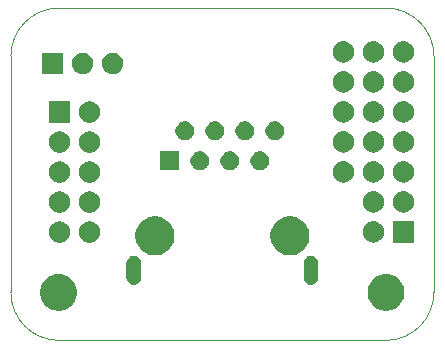
<source format=gbr>
G04 #@! TF.GenerationSoftware,KiCad,Pcbnew,(5.1.5)-3*
G04 #@! TF.CreationDate,2021-01-31T17:12:18-06:00*
G04 #@! TF.ProjectId,InputBoard,496e7075-7442-46f6-9172-642e6b696361,rev?*
G04 #@! TF.SameCoordinates,Original*
G04 #@! TF.FileFunction,Soldermask,Bot*
G04 #@! TF.FilePolarity,Negative*
%FSLAX46Y46*%
G04 Gerber Fmt 4.6, Leading zero omitted, Abs format (unit mm)*
G04 Created by KiCad (PCBNEW (5.1.5)-3) date 2021-01-31 17:12:18*
%MOMM*%
%LPD*%
G04 APERTURE LIST*
%ADD10C,0.050000*%
%ADD11C,0.100000*%
G04 APERTURE END LIST*
D10*
X132588000Y-110680500D02*
X132588000Y-90678000D01*
X136652000Y-114744500D02*
G75*
G02X132588000Y-110680500I0J4064000D01*
G01*
X164338000Y-114744500D02*
X136652000Y-114744500D01*
X168402000Y-90678000D02*
X168402000Y-110680500D01*
X168402000Y-110680500D02*
G75*
G02X164338000Y-114744500I-4064000J0D01*
G01*
X164338000Y-86614000D02*
X136652000Y-86614000D01*
X132588000Y-90678000D02*
G75*
G02X136652000Y-86614000I4064000J0D01*
G01*
X164338000Y-86614000D02*
G75*
G02X168402000Y-90678000I0J-4064000D01*
G01*
D11*
G36*
X164640585Y-109156802D02*
G01*
X164790410Y-109186604D01*
X165072674Y-109303521D01*
X165326705Y-109473259D01*
X165542741Y-109689295D01*
X165712479Y-109943326D01*
X165829396Y-110225590D01*
X165889000Y-110525240D01*
X165889000Y-110830760D01*
X165829396Y-111130410D01*
X165712479Y-111412674D01*
X165542741Y-111666705D01*
X165326705Y-111882741D01*
X165072674Y-112052479D01*
X164790410Y-112169396D01*
X164640585Y-112199198D01*
X164490761Y-112229000D01*
X164185239Y-112229000D01*
X164035415Y-112199198D01*
X163885590Y-112169396D01*
X163603326Y-112052479D01*
X163349295Y-111882741D01*
X163133259Y-111666705D01*
X162963521Y-111412674D01*
X162846604Y-111130410D01*
X162787000Y-110830760D01*
X162787000Y-110525240D01*
X162846604Y-110225590D01*
X162963521Y-109943326D01*
X163133259Y-109689295D01*
X163349295Y-109473259D01*
X163603326Y-109303521D01*
X163885590Y-109186604D01*
X164035415Y-109156802D01*
X164185239Y-109127000D01*
X164490761Y-109127000D01*
X164640585Y-109156802D01*
G37*
G36*
X136940585Y-109156802D02*
G01*
X137090410Y-109186604D01*
X137372674Y-109303521D01*
X137626705Y-109473259D01*
X137842741Y-109689295D01*
X138012479Y-109943326D01*
X138129396Y-110225590D01*
X138189000Y-110525240D01*
X138189000Y-110830760D01*
X138129396Y-111130410D01*
X138012479Y-111412674D01*
X137842741Y-111666705D01*
X137626705Y-111882741D01*
X137372674Y-112052479D01*
X137090410Y-112169396D01*
X136940585Y-112199198D01*
X136790761Y-112229000D01*
X136485239Y-112229000D01*
X136335415Y-112199198D01*
X136185590Y-112169396D01*
X135903326Y-112052479D01*
X135649295Y-111882741D01*
X135433259Y-111666705D01*
X135263521Y-111412674D01*
X135146604Y-111130410D01*
X135087000Y-110830760D01*
X135087000Y-110525240D01*
X135146604Y-110225590D01*
X135263521Y-109943326D01*
X135433259Y-109689295D01*
X135649295Y-109473259D01*
X135903326Y-109303521D01*
X136185590Y-109186604D01*
X136335415Y-109156802D01*
X136485239Y-109127000D01*
X136790761Y-109127000D01*
X136940585Y-109156802D01*
G37*
G36*
X143111036Y-107573937D02*
G01*
X143228095Y-107609446D01*
X143277717Y-107635970D01*
X143335976Y-107667110D01*
X143430538Y-107744714D01*
X143508141Y-107839274D01*
X143539281Y-107897533D01*
X143565805Y-107947155D01*
X143601314Y-108064214D01*
X143610300Y-108155451D01*
X143610300Y-109438451D01*
X143601314Y-109529688D01*
X143565805Y-109646747D01*
X143565803Y-109646750D01*
X143508141Y-109754628D01*
X143430538Y-109849189D01*
X143335977Y-109926792D01*
X143305044Y-109943326D01*
X143228096Y-109984456D01*
X143111037Y-110019965D01*
X143029879Y-110027958D01*
X142989301Y-110031955D01*
X142989300Y-110031955D01*
X142867564Y-110019965D01*
X142750505Y-109984456D01*
X142673557Y-109943326D01*
X142642624Y-109926792D01*
X142548063Y-109849189D01*
X142470460Y-109754628D01*
X142412798Y-109646750D01*
X142412796Y-109646747D01*
X142377287Y-109529688D01*
X142368301Y-109438451D01*
X142368300Y-108155452D01*
X142377286Y-108064215D01*
X142412795Y-107947156D01*
X142470460Y-107839274D01*
X142470461Y-107839273D01*
X142548063Y-107744713D01*
X142642623Y-107667110D01*
X142700882Y-107635970D01*
X142750504Y-107609446D01*
X142867563Y-107573937D01*
X142948721Y-107565944D01*
X142989299Y-107561947D01*
X142989300Y-107561947D01*
X143111036Y-107573937D01*
G37*
G36*
X158109736Y-107573937D02*
G01*
X158226795Y-107609446D01*
X158276417Y-107635970D01*
X158334676Y-107667110D01*
X158429238Y-107744714D01*
X158506841Y-107839274D01*
X158537981Y-107897533D01*
X158564505Y-107947155D01*
X158600014Y-108064214D01*
X158609000Y-108155451D01*
X158609000Y-109438451D01*
X158600014Y-109529688D01*
X158564505Y-109646747D01*
X158564503Y-109646750D01*
X158506841Y-109754628D01*
X158429238Y-109849189D01*
X158334677Y-109926792D01*
X158303744Y-109943326D01*
X158226796Y-109984456D01*
X158109737Y-110019965D01*
X158028579Y-110027958D01*
X157988001Y-110031955D01*
X157988000Y-110031955D01*
X157866264Y-110019965D01*
X157749205Y-109984456D01*
X157672257Y-109943326D01*
X157641324Y-109926792D01*
X157546763Y-109849189D01*
X157469160Y-109754628D01*
X157411498Y-109646750D01*
X157411496Y-109646747D01*
X157375987Y-109529688D01*
X157367001Y-109438451D01*
X157367000Y-108155452D01*
X157375986Y-108064215D01*
X157411495Y-107947156D01*
X157469160Y-107839274D01*
X157469161Y-107839273D01*
X157546763Y-107744713D01*
X157641323Y-107667110D01*
X157699582Y-107635970D01*
X157749204Y-107609446D01*
X157866263Y-107573937D01*
X157947421Y-107565944D01*
X157987999Y-107561947D01*
X157988000Y-107561947D01*
X158109736Y-107573937D01*
G37*
G36*
X156585256Y-104286299D02*
G01*
X156691579Y-104307448D01*
X156992042Y-104431904D01*
X157262451Y-104612586D01*
X157492415Y-104842550D01*
X157673097Y-105112959D01*
X157797553Y-105413422D01*
X157813036Y-105491259D01*
X157861000Y-105732390D01*
X157861000Y-106057612D01*
X157820772Y-106259852D01*
X157797553Y-106376580D01*
X157673097Y-106677043D01*
X157492415Y-106947452D01*
X157262451Y-107177416D01*
X156992042Y-107358098D01*
X156691579Y-107482554D01*
X156585256Y-107503703D01*
X156372611Y-107546001D01*
X156047389Y-107546001D01*
X155834744Y-107503703D01*
X155728421Y-107482554D01*
X155427958Y-107358098D01*
X155157549Y-107177416D01*
X154927585Y-106947452D01*
X154746903Y-106677043D01*
X154622447Y-106376580D01*
X154599228Y-106259852D01*
X154559000Y-106057612D01*
X154559000Y-105732390D01*
X154606964Y-105491259D01*
X154622447Y-105413422D01*
X154746903Y-105112959D01*
X154927585Y-104842550D01*
X155157549Y-104612586D01*
X155427958Y-104431904D01*
X155728421Y-104307448D01*
X155834744Y-104286299D01*
X156047389Y-104244001D01*
X156372611Y-104244001D01*
X156585256Y-104286299D01*
G37*
G36*
X145155256Y-104286299D02*
G01*
X145261579Y-104307448D01*
X145562042Y-104431904D01*
X145832451Y-104612586D01*
X146062415Y-104842550D01*
X146243097Y-105112959D01*
X146367553Y-105413422D01*
X146383036Y-105491259D01*
X146431000Y-105732390D01*
X146431000Y-106057612D01*
X146390772Y-106259852D01*
X146367553Y-106376580D01*
X146243097Y-106677043D01*
X146062415Y-106947452D01*
X145832451Y-107177416D01*
X145562042Y-107358098D01*
X145261579Y-107482554D01*
X145155256Y-107503703D01*
X144942611Y-107546001D01*
X144617389Y-107546001D01*
X144404744Y-107503703D01*
X144298421Y-107482554D01*
X143997958Y-107358098D01*
X143727549Y-107177416D01*
X143497585Y-106947452D01*
X143316903Y-106677043D01*
X143192447Y-106376580D01*
X143169228Y-106259852D01*
X143129000Y-106057612D01*
X143129000Y-105732390D01*
X143176964Y-105491259D01*
X143192447Y-105413422D01*
X143316903Y-105112959D01*
X143497585Y-104842550D01*
X143727549Y-104612586D01*
X143997958Y-104431904D01*
X144298421Y-104307448D01*
X144404744Y-104286299D01*
X144617389Y-104244001D01*
X144942611Y-104244001D01*
X145155256Y-104286299D01*
G37*
G36*
X139353512Y-104683927D02*
G01*
X139502812Y-104713624D01*
X139666784Y-104781544D01*
X139814354Y-104880147D01*
X139939853Y-105005646D01*
X140038456Y-105153216D01*
X140106376Y-105317188D01*
X140141000Y-105491259D01*
X140141000Y-105668741D01*
X140106376Y-105842812D01*
X140038456Y-106006784D01*
X139939853Y-106154354D01*
X139814354Y-106279853D01*
X139666784Y-106378456D01*
X139502812Y-106446376D01*
X139353512Y-106476073D01*
X139328742Y-106481000D01*
X139151258Y-106481000D01*
X139126488Y-106476073D01*
X138977188Y-106446376D01*
X138813216Y-106378456D01*
X138665646Y-106279853D01*
X138540147Y-106154354D01*
X138441544Y-106006784D01*
X138373624Y-105842812D01*
X138339000Y-105668741D01*
X138339000Y-105491259D01*
X138373624Y-105317188D01*
X138441544Y-105153216D01*
X138540147Y-105005646D01*
X138665646Y-104880147D01*
X138813216Y-104781544D01*
X138977188Y-104713624D01*
X139126488Y-104683927D01*
X139151258Y-104679000D01*
X139328742Y-104679000D01*
X139353512Y-104683927D01*
G37*
G36*
X136813512Y-104683927D02*
G01*
X136962812Y-104713624D01*
X137126784Y-104781544D01*
X137274354Y-104880147D01*
X137399853Y-105005646D01*
X137498456Y-105153216D01*
X137566376Y-105317188D01*
X137601000Y-105491259D01*
X137601000Y-105668741D01*
X137566376Y-105842812D01*
X137498456Y-106006784D01*
X137399853Y-106154354D01*
X137274354Y-106279853D01*
X137126784Y-106378456D01*
X136962812Y-106446376D01*
X136813512Y-106476073D01*
X136788742Y-106481000D01*
X136611258Y-106481000D01*
X136586488Y-106476073D01*
X136437188Y-106446376D01*
X136273216Y-106378456D01*
X136125646Y-106279853D01*
X136000147Y-106154354D01*
X135901544Y-106006784D01*
X135833624Y-105842812D01*
X135799000Y-105668741D01*
X135799000Y-105491259D01*
X135833624Y-105317188D01*
X135901544Y-105153216D01*
X136000147Y-105005646D01*
X136125646Y-104880147D01*
X136273216Y-104781544D01*
X136437188Y-104713624D01*
X136586488Y-104683927D01*
X136611258Y-104679000D01*
X136788742Y-104679000D01*
X136813512Y-104683927D01*
G37*
G36*
X163393512Y-104663927D02*
G01*
X163542812Y-104693624D01*
X163706784Y-104761544D01*
X163854354Y-104860147D01*
X163979853Y-104985646D01*
X164078456Y-105133216D01*
X164146376Y-105297188D01*
X164181000Y-105471259D01*
X164181000Y-105648741D01*
X164146376Y-105822812D01*
X164078456Y-105986784D01*
X163979853Y-106134354D01*
X163854354Y-106259853D01*
X163706784Y-106358456D01*
X163542812Y-106426376D01*
X163393512Y-106456073D01*
X163368742Y-106461000D01*
X163191258Y-106461000D01*
X163166488Y-106456073D01*
X163017188Y-106426376D01*
X162853216Y-106358456D01*
X162705646Y-106259853D01*
X162580147Y-106134354D01*
X162481544Y-105986784D01*
X162413624Y-105822812D01*
X162379000Y-105648741D01*
X162379000Y-105471259D01*
X162413624Y-105297188D01*
X162481544Y-105133216D01*
X162580147Y-104985646D01*
X162705646Y-104860147D01*
X162853216Y-104761544D01*
X163017188Y-104693624D01*
X163166488Y-104663927D01*
X163191258Y-104659000D01*
X163368742Y-104659000D01*
X163393512Y-104663927D01*
G37*
G36*
X166721000Y-106461000D02*
G01*
X164919000Y-106461000D01*
X164919000Y-104659000D01*
X166721000Y-104659000D01*
X166721000Y-106461000D01*
G37*
G36*
X139353512Y-102143927D02*
G01*
X139502812Y-102173624D01*
X139666784Y-102241544D01*
X139814354Y-102340147D01*
X139939853Y-102465646D01*
X140038456Y-102613216D01*
X140106376Y-102777188D01*
X140141000Y-102951259D01*
X140141000Y-103128741D01*
X140106376Y-103302812D01*
X140038456Y-103466784D01*
X139939853Y-103614354D01*
X139814354Y-103739853D01*
X139666784Y-103838456D01*
X139502812Y-103906376D01*
X139353512Y-103936073D01*
X139328742Y-103941000D01*
X139151258Y-103941000D01*
X139126488Y-103936073D01*
X138977188Y-103906376D01*
X138813216Y-103838456D01*
X138665646Y-103739853D01*
X138540147Y-103614354D01*
X138441544Y-103466784D01*
X138373624Y-103302812D01*
X138339000Y-103128741D01*
X138339000Y-102951259D01*
X138373624Y-102777188D01*
X138441544Y-102613216D01*
X138540147Y-102465646D01*
X138665646Y-102340147D01*
X138813216Y-102241544D01*
X138977188Y-102173624D01*
X139126488Y-102143927D01*
X139151258Y-102139000D01*
X139328742Y-102139000D01*
X139353512Y-102143927D01*
G37*
G36*
X136813512Y-102143927D02*
G01*
X136962812Y-102173624D01*
X137126784Y-102241544D01*
X137274354Y-102340147D01*
X137399853Y-102465646D01*
X137498456Y-102613216D01*
X137566376Y-102777188D01*
X137601000Y-102951259D01*
X137601000Y-103128741D01*
X137566376Y-103302812D01*
X137498456Y-103466784D01*
X137399853Y-103614354D01*
X137274354Y-103739853D01*
X137126784Y-103838456D01*
X136962812Y-103906376D01*
X136813512Y-103936073D01*
X136788742Y-103941000D01*
X136611258Y-103941000D01*
X136586488Y-103936073D01*
X136437188Y-103906376D01*
X136273216Y-103838456D01*
X136125646Y-103739853D01*
X136000147Y-103614354D01*
X135901544Y-103466784D01*
X135833624Y-103302812D01*
X135799000Y-103128741D01*
X135799000Y-102951259D01*
X135833624Y-102777188D01*
X135901544Y-102613216D01*
X136000147Y-102465646D01*
X136125646Y-102340147D01*
X136273216Y-102241544D01*
X136437188Y-102173624D01*
X136586488Y-102143927D01*
X136611258Y-102139000D01*
X136788742Y-102139000D01*
X136813512Y-102143927D01*
G37*
G36*
X165933512Y-102123927D02*
G01*
X166082812Y-102153624D01*
X166246784Y-102221544D01*
X166394354Y-102320147D01*
X166519853Y-102445646D01*
X166618456Y-102593216D01*
X166686376Y-102757188D01*
X166721000Y-102931259D01*
X166721000Y-103108741D01*
X166686376Y-103282812D01*
X166618456Y-103446784D01*
X166519853Y-103594354D01*
X166394354Y-103719853D01*
X166246784Y-103818456D01*
X166082812Y-103886376D01*
X165933512Y-103916073D01*
X165908742Y-103921000D01*
X165731258Y-103921000D01*
X165706488Y-103916073D01*
X165557188Y-103886376D01*
X165393216Y-103818456D01*
X165245646Y-103719853D01*
X165120147Y-103594354D01*
X165021544Y-103446784D01*
X164953624Y-103282812D01*
X164919000Y-103108741D01*
X164919000Y-102931259D01*
X164953624Y-102757188D01*
X165021544Y-102593216D01*
X165120147Y-102445646D01*
X165245646Y-102320147D01*
X165393216Y-102221544D01*
X165557188Y-102153624D01*
X165706488Y-102123927D01*
X165731258Y-102119000D01*
X165908742Y-102119000D01*
X165933512Y-102123927D01*
G37*
G36*
X163393512Y-102123927D02*
G01*
X163542812Y-102153624D01*
X163706784Y-102221544D01*
X163854354Y-102320147D01*
X163979853Y-102445646D01*
X164078456Y-102593216D01*
X164146376Y-102757188D01*
X164181000Y-102931259D01*
X164181000Y-103108741D01*
X164146376Y-103282812D01*
X164078456Y-103446784D01*
X163979853Y-103594354D01*
X163854354Y-103719853D01*
X163706784Y-103818456D01*
X163542812Y-103886376D01*
X163393512Y-103916073D01*
X163368742Y-103921000D01*
X163191258Y-103921000D01*
X163166488Y-103916073D01*
X163017188Y-103886376D01*
X162853216Y-103818456D01*
X162705646Y-103719853D01*
X162580147Y-103594354D01*
X162481544Y-103446784D01*
X162413624Y-103282812D01*
X162379000Y-103108741D01*
X162379000Y-102931259D01*
X162413624Y-102757188D01*
X162481544Y-102593216D01*
X162580147Y-102445646D01*
X162705646Y-102320147D01*
X162853216Y-102221544D01*
X163017188Y-102153624D01*
X163166488Y-102123927D01*
X163191258Y-102119000D01*
X163368742Y-102119000D01*
X163393512Y-102123927D01*
G37*
G36*
X139353512Y-99603927D02*
G01*
X139502812Y-99633624D01*
X139666784Y-99701544D01*
X139814354Y-99800147D01*
X139939853Y-99925646D01*
X140038456Y-100073216D01*
X140106376Y-100237188D01*
X140141000Y-100411259D01*
X140141000Y-100588741D01*
X140106376Y-100762812D01*
X140038456Y-100926784D01*
X139939853Y-101074354D01*
X139814354Y-101199853D01*
X139666784Y-101298456D01*
X139502812Y-101366376D01*
X139353512Y-101396073D01*
X139328742Y-101401000D01*
X139151258Y-101401000D01*
X139126488Y-101396073D01*
X138977188Y-101366376D01*
X138813216Y-101298456D01*
X138665646Y-101199853D01*
X138540147Y-101074354D01*
X138441544Y-100926784D01*
X138373624Y-100762812D01*
X138339000Y-100588741D01*
X138339000Y-100411259D01*
X138373624Y-100237188D01*
X138441544Y-100073216D01*
X138540147Y-99925646D01*
X138665646Y-99800147D01*
X138813216Y-99701544D01*
X138977188Y-99633624D01*
X139126488Y-99603927D01*
X139151258Y-99599000D01*
X139328742Y-99599000D01*
X139353512Y-99603927D01*
G37*
G36*
X136813512Y-99603927D02*
G01*
X136962812Y-99633624D01*
X137126784Y-99701544D01*
X137274354Y-99800147D01*
X137399853Y-99925646D01*
X137498456Y-100073216D01*
X137566376Y-100237188D01*
X137601000Y-100411259D01*
X137601000Y-100588741D01*
X137566376Y-100762812D01*
X137498456Y-100926784D01*
X137399853Y-101074354D01*
X137274354Y-101199853D01*
X137126784Y-101298456D01*
X136962812Y-101366376D01*
X136813512Y-101396073D01*
X136788742Y-101401000D01*
X136611258Y-101401000D01*
X136586488Y-101396073D01*
X136437188Y-101366376D01*
X136273216Y-101298456D01*
X136125646Y-101199853D01*
X136000147Y-101074354D01*
X135901544Y-100926784D01*
X135833624Y-100762812D01*
X135799000Y-100588741D01*
X135799000Y-100411259D01*
X135833624Y-100237188D01*
X135901544Y-100073216D01*
X136000147Y-99925646D01*
X136125646Y-99800147D01*
X136273216Y-99701544D01*
X136437188Y-99633624D01*
X136586488Y-99603927D01*
X136611258Y-99599000D01*
X136788742Y-99599000D01*
X136813512Y-99603927D01*
G37*
G36*
X165933512Y-99583927D02*
G01*
X166082812Y-99613624D01*
X166246784Y-99681544D01*
X166394354Y-99780147D01*
X166519853Y-99905646D01*
X166618456Y-100053216D01*
X166686376Y-100217188D01*
X166721000Y-100391259D01*
X166721000Y-100568741D01*
X166686376Y-100742812D01*
X166618456Y-100906784D01*
X166519853Y-101054354D01*
X166394354Y-101179853D01*
X166246784Y-101278456D01*
X166082812Y-101346376D01*
X165933512Y-101376073D01*
X165908742Y-101381000D01*
X165731258Y-101381000D01*
X165706488Y-101376073D01*
X165557188Y-101346376D01*
X165393216Y-101278456D01*
X165245646Y-101179853D01*
X165120147Y-101054354D01*
X165021544Y-100906784D01*
X164953624Y-100742812D01*
X164919000Y-100568741D01*
X164919000Y-100391259D01*
X164953624Y-100217188D01*
X165021544Y-100053216D01*
X165120147Y-99905646D01*
X165245646Y-99780147D01*
X165393216Y-99681544D01*
X165557188Y-99613624D01*
X165706488Y-99583927D01*
X165731258Y-99579000D01*
X165908742Y-99579000D01*
X165933512Y-99583927D01*
G37*
G36*
X163393512Y-99583927D02*
G01*
X163542812Y-99613624D01*
X163706784Y-99681544D01*
X163854354Y-99780147D01*
X163979853Y-99905646D01*
X164078456Y-100053216D01*
X164146376Y-100217188D01*
X164181000Y-100391259D01*
X164181000Y-100568741D01*
X164146376Y-100742812D01*
X164078456Y-100906784D01*
X163979853Y-101054354D01*
X163854354Y-101179853D01*
X163706784Y-101278456D01*
X163542812Y-101346376D01*
X163393512Y-101376073D01*
X163368742Y-101381000D01*
X163191258Y-101381000D01*
X163166488Y-101376073D01*
X163017188Y-101346376D01*
X162853216Y-101278456D01*
X162705646Y-101179853D01*
X162580147Y-101054354D01*
X162481544Y-100906784D01*
X162413624Y-100742812D01*
X162379000Y-100568741D01*
X162379000Y-100391259D01*
X162413624Y-100217188D01*
X162481544Y-100053216D01*
X162580147Y-99905646D01*
X162705646Y-99780147D01*
X162853216Y-99681544D01*
X163017188Y-99613624D01*
X163166488Y-99583927D01*
X163191258Y-99579000D01*
X163368742Y-99579000D01*
X163393512Y-99583927D01*
G37*
G36*
X160853512Y-99583927D02*
G01*
X161002812Y-99613624D01*
X161166784Y-99681544D01*
X161314354Y-99780147D01*
X161439853Y-99905646D01*
X161538456Y-100053216D01*
X161606376Y-100217188D01*
X161641000Y-100391259D01*
X161641000Y-100568741D01*
X161606376Y-100742812D01*
X161538456Y-100906784D01*
X161439853Y-101054354D01*
X161314354Y-101179853D01*
X161166784Y-101278456D01*
X161002812Y-101346376D01*
X160853512Y-101376073D01*
X160828742Y-101381000D01*
X160651258Y-101381000D01*
X160626488Y-101376073D01*
X160477188Y-101346376D01*
X160313216Y-101278456D01*
X160165646Y-101179853D01*
X160040147Y-101054354D01*
X159941544Y-100906784D01*
X159873624Y-100742812D01*
X159839000Y-100568741D01*
X159839000Y-100391259D01*
X159873624Y-100217188D01*
X159941544Y-100053216D01*
X160040147Y-99905646D01*
X160165646Y-99780147D01*
X160313216Y-99681544D01*
X160477188Y-99613624D01*
X160626488Y-99583927D01*
X160651258Y-99579000D01*
X160828742Y-99579000D01*
X160853512Y-99583927D01*
G37*
G36*
X153903642Y-98774782D02*
G01*
X154028200Y-98826376D01*
X154049416Y-98835164D01*
X154180608Y-98922823D01*
X154292178Y-99034393D01*
X154379837Y-99165585D01*
X154379838Y-99165587D01*
X154440219Y-99311359D01*
X154471000Y-99466108D01*
X154471000Y-99623894D01*
X154440219Y-99778643D01*
X154431311Y-99800148D01*
X154379837Y-99924417D01*
X154292178Y-100055609D01*
X154180608Y-100167179D01*
X154049416Y-100254838D01*
X154049415Y-100254839D01*
X154049414Y-100254839D01*
X153903642Y-100315220D01*
X153748893Y-100346001D01*
X153591107Y-100346001D01*
X153436358Y-100315220D01*
X153290586Y-100254839D01*
X153290585Y-100254839D01*
X153290584Y-100254838D01*
X153159392Y-100167179D01*
X153047822Y-100055609D01*
X152960163Y-99924417D01*
X152908689Y-99800148D01*
X152899781Y-99778643D01*
X152869000Y-99623894D01*
X152869000Y-99466108D01*
X152899781Y-99311359D01*
X152960162Y-99165587D01*
X152960163Y-99165585D01*
X153047822Y-99034393D01*
X153159392Y-98922823D01*
X153290584Y-98835164D01*
X153311800Y-98826376D01*
X153436358Y-98774782D01*
X153591107Y-98744001D01*
X153748893Y-98744001D01*
X153903642Y-98774782D01*
G37*
G36*
X146851000Y-100346001D02*
G01*
X145249000Y-100346001D01*
X145249000Y-98744001D01*
X146851000Y-98744001D01*
X146851000Y-100346001D01*
G37*
G36*
X148823642Y-98774782D02*
G01*
X148948200Y-98826376D01*
X148969416Y-98835164D01*
X149100608Y-98922823D01*
X149212178Y-99034393D01*
X149299837Y-99165585D01*
X149299838Y-99165587D01*
X149360219Y-99311359D01*
X149391000Y-99466108D01*
X149391000Y-99623894D01*
X149360219Y-99778643D01*
X149351311Y-99800148D01*
X149299837Y-99924417D01*
X149212178Y-100055609D01*
X149100608Y-100167179D01*
X148969416Y-100254838D01*
X148969415Y-100254839D01*
X148969414Y-100254839D01*
X148823642Y-100315220D01*
X148668893Y-100346001D01*
X148511107Y-100346001D01*
X148356358Y-100315220D01*
X148210586Y-100254839D01*
X148210585Y-100254839D01*
X148210584Y-100254838D01*
X148079392Y-100167179D01*
X147967822Y-100055609D01*
X147880163Y-99924417D01*
X147828689Y-99800148D01*
X147819781Y-99778643D01*
X147789000Y-99623894D01*
X147789000Y-99466108D01*
X147819781Y-99311359D01*
X147880162Y-99165587D01*
X147880163Y-99165585D01*
X147967822Y-99034393D01*
X148079392Y-98922823D01*
X148210584Y-98835164D01*
X148231800Y-98826376D01*
X148356358Y-98774782D01*
X148511107Y-98744001D01*
X148668893Y-98744001D01*
X148823642Y-98774782D01*
G37*
G36*
X151363642Y-98774782D02*
G01*
X151488200Y-98826376D01*
X151509416Y-98835164D01*
X151640608Y-98922823D01*
X151752178Y-99034393D01*
X151839837Y-99165585D01*
X151839838Y-99165587D01*
X151900219Y-99311359D01*
X151931000Y-99466108D01*
X151931000Y-99623894D01*
X151900219Y-99778643D01*
X151891311Y-99800148D01*
X151839837Y-99924417D01*
X151752178Y-100055609D01*
X151640608Y-100167179D01*
X151509416Y-100254838D01*
X151509415Y-100254839D01*
X151509414Y-100254839D01*
X151363642Y-100315220D01*
X151208893Y-100346001D01*
X151051107Y-100346001D01*
X150896358Y-100315220D01*
X150750586Y-100254839D01*
X150750585Y-100254839D01*
X150750584Y-100254838D01*
X150619392Y-100167179D01*
X150507822Y-100055609D01*
X150420163Y-99924417D01*
X150368689Y-99800148D01*
X150359781Y-99778643D01*
X150329000Y-99623894D01*
X150329000Y-99466108D01*
X150359781Y-99311359D01*
X150420162Y-99165587D01*
X150420163Y-99165585D01*
X150507822Y-99034393D01*
X150619392Y-98922823D01*
X150750584Y-98835164D01*
X150771800Y-98826376D01*
X150896358Y-98774782D01*
X151051107Y-98744001D01*
X151208893Y-98744001D01*
X151363642Y-98774782D01*
G37*
G36*
X136813512Y-97063927D02*
G01*
X136962812Y-97093624D01*
X137126784Y-97161544D01*
X137274354Y-97260147D01*
X137399853Y-97385646D01*
X137498456Y-97533216D01*
X137566376Y-97697188D01*
X137601000Y-97871259D01*
X137601000Y-98048741D01*
X137566376Y-98222812D01*
X137498456Y-98386784D01*
X137399853Y-98534354D01*
X137274354Y-98659853D01*
X137126784Y-98758456D01*
X136962812Y-98826376D01*
X136813512Y-98856073D01*
X136788742Y-98861000D01*
X136611258Y-98861000D01*
X136586488Y-98856073D01*
X136437188Y-98826376D01*
X136273216Y-98758456D01*
X136125646Y-98659853D01*
X136000147Y-98534354D01*
X135901544Y-98386784D01*
X135833624Y-98222812D01*
X135799000Y-98048741D01*
X135799000Y-97871259D01*
X135833624Y-97697188D01*
X135901544Y-97533216D01*
X136000147Y-97385646D01*
X136125646Y-97260147D01*
X136273216Y-97161544D01*
X136437188Y-97093624D01*
X136586488Y-97063927D01*
X136611258Y-97059000D01*
X136788742Y-97059000D01*
X136813512Y-97063927D01*
G37*
G36*
X139353512Y-97063927D02*
G01*
X139502812Y-97093624D01*
X139666784Y-97161544D01*
X139814354Y-97260147D01*
X139939853Y-97385646D01*
X140038456Y-97533216D01*
X140106376Y-97697188D01*
X140141000Y-97871259D01*
X140141000Y-98048741D01*
X140106376Y-98222812D01*
X140038456Y-98386784D01*
X139939853Y-98534354D01*
X139814354Y-98659853D01*
X139666784Y-98758456D01*
X139502812Y-98826376D01*
X139353512Y-98856073D01*
X139328742Y-98861000D01*
X139151258Y-98861000D01*
X139126488Y-98856073D01*
X138977188Y-98826376D01*
X138813216Y-98758456D01*
X138665646Y-98659853D01*
X138540147Y-98534354D01*
X138441544Y-98386784D01*
X138373624Y-98222812D01*
X138339000Y-98048741D01*
X138339000Y-97871259D01*
X138373624Y-97697188D01*
X138441544Y-97533216D01*
X138540147Y-97385646D01*
X138665646Y-97260147D01*
X138813216Y-97161544D01*
X138977188Y-97093624D01*
X139126488Y-97063927D01*
X139151258Y-97059000D01*
X139328742Y-97059000D01*
X139353512Y-97063927D01*
G37*
G36*
X160853512Y-97043927D02*
G01*
X161002812Y-97073624D01*
X161166784Y-97141544D01*
X161314354Y-97240147D01*
X161439853Y-97365646D01*
X161538456Y-97513216D01*
X161606376Y-97677188D01*
X161641000Y-97851259D01*
X161641000Y-98028741D01*
X161606376Y-98202812D01*
X161538456Y-98366784D01*
X161439853Y-98514354D01*
X161314354Y-98639853D01*
X161166784Y-98738456D01*
X161002812Y-98806376D01*
X160858086Y-98835163D01*
X160828742Y-98841000D01*
X160651258Y-98841000D01*
X160621914Y-98835163D01*
X160477188Y-98806376D01*
X160313216Y-98738456D01*
X160165646Y-98639853D01*
X160040147Y-98514354D01*
X159941544Y-98366784D01*
X159873624Y-98202812D01*
X159839000Y-98028741D01*
X159839000Y-97851259D01*
X159873624Y-97677188D01*
X159941544Y-97513216D01*
X160040147Y-97365646D01*
X160165646Y-97240147D01*
X160313216Y-97141544D01*
X160477188Y-97073624D01*
X160626488Y-97043927D01*
X160651258Y-97039000D01*
X160828742Y-97039000D01*
X160853512Y-97043927D01*
G37*
G36*
X165933512Y-97043927D02*
G01*
X166082812Y-97073624D01*
X166246784Y-97141544D01*
X166394354Y-97240147D01*
X166519853Y-97365646D01*
X166618456Y-97513216D01*
X166686376Y-97677188D01*
X166721000Y-97851259D01*
X166721000Y-98028741D01*
X166686376Y-98202812D01*
X166618456Y-98366784D01*
X166519853Y-98514354D01*
X166394354Y-98639853D01*
X166246784Y-98738456D01*
X166082812Y-98806376D01*
X165938086Y-98835163D01*
X165908742Y-98841000D01*
X165731258Y-98841000D01*
X165701914Y-98835163D01*
X165557188Y-98806376D01*
X165393216Y-98738456D01*
X165245646Y-98639853D01*
X165120147Y-98514354D01*
X165021544Y-98366784D01*
X164953624Y-98202812D01*
X164919000Y-98028741D01*
X164919000Y-97851259D01*
X164953624Y-97677188D01*
X165021544Y-97513216D01*
X165120147Y-97365646D01*
X165245646Y-97240147D01*
X165393216Y-97141544D01*
X165557188Y-97073624D01*
X165706488Y-97043927D01*
X165731258Y-97039000D01*
X165908742Y-97039000D01*
X165933512Y-97043927D01*
G37*
G36*
X163393512Y-97043927D02*
G01*
X163542812Y-97073624D01*
X163706784Y-97141544D01*
X163854354Y-97240147D01*
X163979853Y-97365646D01*
X164078456Y-97513216D01*
X164146376Y-97677188D01*
X164181000Y-97851259D01*
X164181000Y-98028741D01*
X164146376Y-98202812D01*
X164078456Y-98366784D01*
X163979853Y-98514354D01*
X163854354Y-98639853D01*
X163706784Y-98738456D01*
X163542812Y-98806376D01*
X163398086Y-98835163D01*
X163368742Y-98841000D01*
X163191258Y-98841000D01*
X163161914Y-98835163D01*
X163017188Y-98806376D01*
X162853216Y-98738456D01*
X162705646Y-98639853D01*
X162580147Y-98514354D01*
X162481544Y-98366784D01*
X162413624Y-98202812D01*
X162379000Y-98028741D01*
X162379000Y-97851259D01*
X162413624Y-97677188D01*
X162481544Y-97513216D01*
X162580147Y-97365646D01*
X162705646Y-97240147D01*
X162853216Y-97141544D01*
X163017188Y-97073624D01*
X163166488Y-97043927D01*
X163191258Y-97039000D01*
X163368742Y-97039000D01*
X163393512Y-97043927D01*
G37*
G36*
X155173642Y-96234782D02*
G01*
X155298200Y-96286376D01*
X155319416Y-96295164D01*
X155450608Y-96382823D01*
X155562178Y-96494393D01*
X155649837Y-96625585D01*
X155649838Y-96625587D01*
X155710219Y-96771359D01*
X155741000Y-96926108D01*
X155741000Y-97083894D01*
X155710219Y-97238643D01*
X155701311Y-97260148D01*
X155649837Y-97384417D01*
X155562178Y-97515609D01*
X155450608Y-97627179D01*
X155319416Y-97714838D01*
X155319415Y-97714839D01*
X155319414Y-97714839D01*
X155173642Y-97775220D01*
X155018893Y-97806001D01*
X154861107Y-97806001D01*
X154706358Y-97775220D01*
X154560586Y-97714839D01*
X154560585Y-97714839D01*
X154560584Y-97714838D01*
X154429392Y-97627179D01*
X154317822Y-97515609D01*
X154230163Y-97384417D01*
X154178689Y-97260148D01*
X154169781Y-97238643D01*
X154139000Y-97083894D01*
X154139000Y-96926108D01*
X154169781Y-96771359D01*
X154230162Y-96625587D01*
X154230163Y-96625585D01*
X154317822Y-96494393D01*
X154429392Y-96382823D01*
X154560584Y-96295164D01*
X154581800Y-96286376D01*
X154706358Y-96234782D01*
X154861107Y-96204001D01*
X155018893Y-96204001D01*
X155173642Y-96234782D01*
G37*
G36*
X152633642Y-96234782D02*
G01*
X152758200Y-96286376D01*
X152779416Y-96295164D01*
X152910608Y-96382823D01*
X153022178Y-96494393D01*
X153109837Y-96625585D01*
X153109838Y-96625587D01*
X153170219Y-96771359D01*
X153201000Y-96926108D01*
X153201000Y-97083894D01*
X153170219Y-97238643D01*
X153161311Y-97260148D01*
X153109837Y-97384417D01*
X153022178Y-97515609D01*
X152910608Y-97627179D01*
X152779416Y-97714838D01*
X152779415Y-97714839D01*
X152779414Y-97714839D01*
X152633642Y-97775220D01*
X152478893Y-97806001D01*
X152321107Y-97806001D01*
X152166358Y-97775220D01*
X152020586Y-97714839D01*
X152020585Y-97714839D01*
X152020584Y-97714838D01*
X151889392Y-97627179D01*
X151777822Y-97515609D01*
X151690163Y-97384417D01*
X151638689Y-97260148D01*
X151629781Y-97238643D01*
X151599000Y-97083894D01*
X151599000Y-96926108D01*
X151629781Y-96771359D01*
X151690162Y-96625587D01*
X151690163Y-96625585D01*
X151777822Y-96494393D01*
X151889392Y-96382823D01*
X152020584Y-96295164D01*
X152041800Y-96286376D01*
X152166358Y-96234782D01*
X152321107Y-96204001D01*
X152478893Y-96204001D01*
X152633642Y-96234782D01*
G37*
G36*
X150093642Y-96234782D02*
G01*
X150218200Y-96286376D01*
X150239416Y-96295164D01*
X150370608Y-96382823D01*
X150482178Y-96494393D01*
X150569837Y-96625585D01*
X150569838Y-96625587D01*
X150630219Y-96771359D01*
X150661000Y-96926108D01*
X150661000Y-97083894D01*
X150630219Y-97238643D01*
X150621311Y-97260148D01*
X150569837Y-97384417D01*
X150482178Y-97515609D01*
X150370608Y-97627179D01*
X150239416Y-97714838D01*
X150239415Y-97714839D01*
X150239414Y-97714839D01*
X150093642Y-97775220D01*
X149938893Y-97806001D01*
X149781107Y-97806001D01*
X149626358Y-97775220D01*
X149480586Y-97714839D01*
X149480585Y-97714839D01*
X149480584Y-97714838D01*
X149349392Y-97627179D01*
X149237822Y-97515609D01*
X149150163Y-97384417D01*
X149098689Y-97260148D01*
X149089781Y-97238643D01*
X149059000Y-97083894D01*
X149059000Y-96926108D01*
X149089781Y-96771359D01*
X149150162Y-96625587D01*
X149150163Y-96625585D01*
X149237822Y-96494393D01*
X149349392Y-96382823D01*
X149480584Y-96295164D01*
X149501800Y-96286376D01*
X149626358Y-96234782D01*
X149781107Y-96204001D01*
X149938893Y-96204001D01*
X150093642Y-96234782D01*
G37*
G36*
X147553642Y-96234782D02*
G01*
X147678200Y-96286376D01*
X147699416Y-96295164D01*
X147830608Y-96382823D01*
X147942178Y-96494393D01*
X148029837Y-96625585D01*
X148029838Y-96625587D01*
X148090219Y-96771359D01*
X148121000Y-96926108D01*
X148121000Y-97083894D01*
X148090219Y-97238643D01*
X148081311Y-97260148D01*
X148029837Y-97384417D01*
X147942178Y-97515609D01*
X147830608Y-97627179D01*
X147699416Y-97714838D01*
X147699415Y-97714839D01*
X147699414Y-97714839D01*
X147553642Y-97775220D01*
X147398893Y-97806001D01*
X147241107Y-97806001D01*
X147086358Y-97775220D01*
X146940586Y-97714839D01*
X146940585Y-97714839D01*
X146940584Y-97714838D01*
X146809392Y-97627179D01*
X146697822Y-97515609D01*
X146610163Y-97384417D01*
X146558689Y-97260148D01*
X146549781Y-97238643D01*
X146519000Y-97083894D01*
X146519000Y-96926108D01*
X146549781Y-96771359D01*
X146610162Y-96625587D01*
X146610163Y-96625585D01*
X146697822Y-96494393D01*
X146809392Y-96382823D01*
X146940584Y-96295164D01*
X146961800Y-96286376D01*
X147086358Y-96234782D01*
X147241107Y-96204001D01*
X147398893Y-96204001D01*
X147553642Y-96234782D01*
G37*
G36*
X139353512Y-94523927D02*
G01*
X139502812Y-94553624D01*
X139666784Y-94621544D01*
X139814354Y-94720147D01*
X139939853Y-94845646D01*
X140038456Y-94993216D01*
X140106376Y-95157188D01*
X140141000Y-95331259D01*
X140141000Y-95508741D01*
X140106376Y-95682812D01*
X140038456Y-95846784D01*
X139939853Y-95994354D01*
X139814354Y-96119853D01*
X139666784Y-96218456D01*
X139502812Y-96286376D01*
X139353512Y-96316073D01*
X139328742Y-96321000D01*
X139151258Y-96321000D01*
X139126488Y-96316073D01*
X138977188Y-96286376D01*
X138813216Y-96218456D01*
X138665646Y-96119853D01*
X138540147Y-95994354D01*
X138441544Y-95846784D01*
X138373624Y-95682812D01*
X138339000Y-95508741D01*
X138339000Y-95331259D01*
X138373624Y-95157188D01*
X138441544Y-94993216D01*
X138540147Y-94845646D01*
X138665646Y-94720147D01*
X138813216Y-94621544D01*
X138977188Y-94553624D01*
X139126488Y-94523927D01*
X139151258Y-94519000D01*
X139328742Y-94519000D01*
X139353512Y-94523927D01*
G37*
G36*
X137601000Y-96321000D02*
G01*
X135799000Y-96321000D01*
X135799000Y-94519000D01*
X137601000Y-94519000D01*
X137601000Y-96321000D01*
G37*
G36*
X160853512Y-94503927D02*
G01*
X161002812Y-94533624D01*
X161166784Y-94601544D01*
X161314354Y-94700147D01*
X161439853Y-94825646D01*
X161538456Y-94973216D01*
X161606376Y-95137188D01*
X161641000Y-95311259D01*
X161641000Y-95488741D01*
X161606376Y-95662812D01*
X161538456Y-95826784D01*
X161439853Y-95974354D01*
X161314354Y-96099853D01*
X161166784Y-96198456D01*
X161002812Y-96266376D01*
X160858086Y-96295163D01*
X160828742Y-96301000D01*
X160651258Y-96301000D01*
X160621914Y-96295163D01*
X160477188Y-96266376D01*
X160313216Y-96198456D01*
X160165646Y-96099853D01*
X160040147Y-95974354D01*
X159941544Y-95826784D01*
X159873624Y-95662812D01*
X159839000Y-95488741D01*
X159839000Y-95311259D01*
X159873624Y-95137188D01*
X159941544Y-94973216D01*
X160040147Y-94825646D01*
X160165646Y-94700147D01*
X160313216Y-94601544D01*
X160477188Y-94533624D01*
X160626488Y-94503927D01*
X160651258Y-94499000D01*
X160828742Y-94499000D01*
X160853512Y-94503927D01*
G37*
G36*
X165933512Y-94503927D02*
G01*
X166082812Y-94533624D01*
X166246784Y-94601544D01*
X166394354Y-94700147D01*
X166519853Y-94825646D01*
X166618456Y-94973216D01*
X166686376Y-95137188D01*
X166721000Y-95311259D01*
X166721000Y-95488741D01*
X166686376Y-95662812D01*
X166618456Y-95826784D01*
X166519853Y-95974354D01*
X166394354Y-96099853D01*
X166246784Y-96198456D01*
X166082812Y-96266376D01*
X165938086Y-96295163D01*
X165908742Y-96301000D01*
X165731258Y-96301000D01*
X165701914Y-96295163D01*
X165557188Y-96266376D01*
X165393216Y-96198456D01*
X165245646Y-96099853D01*
X165120147Y-95974354D01*
X165021544Y-95826784D01*
X164953624Y-95662812D01*
X164919000Y-95488741D01*
X164919000Y-95311259D01*
X164953624Y-95137188D01*
X165021544Y-94973216D01*
X165120147Y-94825646D01*
X165245646Y-94700147D01*
X165393216Y-94601544D01*
X165557188Y-94533624D01*
X165706488Y-94503927D01*
X165731258Y-94499000D01*
X165908742Y-94499000D01*
X165933512Y-94503927D01*
G37*
G36*
X163393512Y-94503927D02*
G01*
X163542812Y-94533624D01*
X163706784Y-94601544D01*
X163854354Y-94700147D01*
X163979853Y-94825646D01*
X164078456Y-94973216D01*
X164146376Y-95137188D01*
X164181000Y-95311259D01*
X164181000Y-95488741D01*
X164146376Y-95662812D01*
X164078456Y-95826784D01*
X163979853Y-95974354D01*
X163854354Y-96099853D01*
X163706784Y-96198456D01*
X163542812Y-96266376D01*
X163398086Y-96295163D01*
X163368742Y-96301000D01*
X163191258Y-96301000D01*
X163161914Y-96295163D01*
X163017188Y-96266376D01*
X162853216Y-96198456D01*
X162705646Y-96099853D01*
X162580147Y-95974354D01*
X162481544Y-95826784D01*
X162413624Y-95662812D01*
X162379000Y-95488741D01*
X162379000Y-95311259D01*
X162413624Y-95137188D01*
X162481544Y-94973216D01*
X162580147Y-94825646D01*
X162705646Y-94700147D01*
X162853216Y-94601544D01*
X163017188Y-94533624D01*
X163166488Y-94503927D01*
X163191258Y-94499000D01*
X163368742Y-94499000D01*
X163393512Y-94503927D01*
G37*
G36*
X160853512Y-91963927D02*
G01*
X161002812Y-91993624D01*
X161166784Y-92061544D01*
X161314354Y-92160147D01*
X161439853Y-92285646D01*
X161538456Y-92433216D01*
X161606376Y-92597188D01*
X161641000Y-92771259D01*
X161641000Y-92948741D01*
X161606376Y-93122812D01*
X161538456Y-93286784D01*
X161439853Y-93434354D01*
X161314354Y-93559853D01*
X161166784Y-93658456D01*
X161002812Y-93726376D01*
X160853512Y-93756073D01*
X160828742Y-93761000D01*
X160651258Y-93761000D01*
X160626488Y-93756073D01*
X160477188Y-93726376D01*
X160313216Y-93658456D01*
X160165646Y-93559853D01*
X160040147Y-93434354D01*
X159941544Y-93286784D01*
X159873624Y-93122812D01*
X159839000Y-92948741D01*
X159839000Y-92771259D01*
X159873624Y-92597188D01*
X159941544Y-92433216D01*
X160040147Y-92285646D01*
X160165646Y-92160147D01*
X160313216Y-92061544D01*
X160477188Y-91993624D01*
X160626488Y-91963927D01*
X160651258Y-91959000D01*
X160828742Y-91959000D01*
X160853512Y-91963927D01*
G37*
G36*
X163393512Y-91963927D02*
G01*
X163542812Y-91993624D01*
X163706784Y-92061544D01*
X163854354Y-92160147D01*
X163979853Y-92285646D01*
X164078456Y-92433216D01*
X164146376Y-92597188D01*
X164181000Y-92771259D01*
X164181000Y-92948741D01*
X164146376Y-93122812D01*
X164078456Y-93286784D01*
X163979853Y-93434354D01*
X163854354Y-93559853D01*
X163706784Y-93658456D01*
X163542812Y-93726376D01*
X163393512Y-93756073D01*
X163368742Y-93761000D01*
X163191258Y-93761000D01*
X163166488Y-93756073D01*
X163017188Y-93726376D01*
X162853216Y-93658456D01*
X162705646Y-93559853D01*
X162580147Y-93434354D01*
X162481544Y-93286784D01*
X162413624Y-93122812D01*
X162379000Y-92948741D01*
X162379000Y-92771259D01*
X162413624Y-92597188D01*
X162481544Y-92433216D01*
X162580147Y-92285646D01*
X162705646Y-92160147D01*
X162853216Y-92061544D01*
X163017188Y-91993624D01*
X163166488Y-91963927D01*
X163191258Y-91959000D01*
X163368742Y-91959000D01*
X163393512Y-91963927D01*
G37*
G36*
X165933512Y-91963927D02*
G01*
X166082812Y-91993624D01*
X166246784Y-92061544D01*
X166394354Y-92160147D01*
X166519853Y-92285646D01*
X166618456Y-92433216D01*
X166686376Y-92597188D01*
X166721000Y-92771259D01*
X166721000Y-92948741D01*
X166686376Y-93122812D01*
X166618456Y-93286784D01*
X166519853Y-93434354D01*
X166394354Y-93559853D01*
X166246784Y-93658456D01*
X166082812Y-93726376D01*
X165933512Y-93756073D01*
X165908742Y-93761000D01*
X165731258Y-93761000D01*
X165706488Y-93756073D01*
X165557188Y-93726376D01*
X165393216Y-93658456D01*
X165245646Y-93559853D01*
X165120147Y-93434354D01*
X165021544Y-93286784D01*
X164953624Y-93122812D01*
X164919000Y-92948741D01*
X164919000Y-92771259D01*
X164953624Y-92597188D01*
X165021544Y-92433216D01*
X165120147Y-92285646D01*
X165245646Y-92160147D01*
X165393216Y-92061544D01*
X165557188Y-91993624D01*
X165706488Y-91963927D01*
X165731258Y-91959000D01*
X165908742Y-91959000D01*
X165933512Y-91963927D01*
G37*
G36*
X141313512Y-90393927D02*
G01*
X141462812Y-90423624D01*
X141626784Y-90491544D01*
X141774354Y-90590147D01*
X141899853Y-90715646D01*
X141998456Y-90863216D01*
X142066376Y-91027188D01*
X142096073Y-91176488D01*
X142098040Y-91186375D01*
X142101000Y-91201259D01*
X142101000Y-91378741D01*
X142066376Y-91552812D01*
X141998456Y-91716784D01*
X141899853Y-91864354D01*
X141774354Y-91989853D01*
X141626784Y-92088456D01*
X141462812Y-92156376D01*
X141313512Y-92186073D01*
X141288742Y-92191000D01*
X141111258Y-92191000D01*
X141086488Y-92186073D01*
X140937188Y-92156376D01*
X140773216Y-92088456D01*
X140625646Y-91989853D01*
X140500147Y-91864354D01*
X140401544Y-91716784D01*
X140333624Y-91552812D01*
X140299000Y-91378741D01*
X140299000Y-91201259D01*
X140301961Y-91186375D01*
X140303927Y-91176488D01*
X140333624Y-91027188D01*
X140401544Y-90863216D01*
X140500147Y-90715646D01*
X140625646Y-90590147D01*
X140773216Y-90491544D01*
X140937188Y-90423624D01*
X141086488Y-90393927D01*
X141111258Y-90389000D01*
X141288742Y-90389000D01*
X141313512Y-90393927D01*
G37*
G36*
X138773512Y-90393927D02*
G01*
X138922812Y-90423624D01*
X139086784Y-90491544D01*
X139234354Y-90590147D01*
X139359853Y-90715646D01*
X139458456Y-90863216D01*
X139526376Y-91027188D01*
X139556073Y-91176488D01*
X139558040Y-91186375D01*
X139561000Y-91201259D01*
X139561000Y-91378741D01*
X139526376Y-91552812D01*
X139458456Y-91716784D01*
X139359853Y-91864354D01*
X139234354Y-91989853D01*
X139086784Y-92088456D01*
X138922812Y-92156376D01*
X138773512Y-92186073D01*
X138748742Y-92191000D01*
X138571258Y-92191000D01*
X138546488Y-92186073D01*
X138397188Y-92156376D01*
X138233216Y-92088456D01*
X138085646Y-91989853D01*
X137960147Y-91864354D01*
X137861544Y-91716784D01*
X137793624Y-91552812D01*
X137759000Y-91378741D01*
X137759000Y-91201259D01*
X137761961Y-91186375D01*
X137763927Y-91176488D01*
X137793624Y-91027188D01*
X137861544Y-90863216D01*
X137960147Y-90715646D01*
X138085646Y-90590147D01*
X138233216Y-90491544D01*
X138397188Y-90423624D01*
X138546488Y-90393927D01*
X138571258Y-90389000D01*
X138748742Y-90389000D01*
X138773512Y-90393927D01*
G37*
G36*
X137021000Y-92191000D02*
G01*
X135219000Y-92191000D01*
X135219000Y-90389000D01*
X137021000Y-90389000D01*
X137021000Y-92191000D01*
G37*
G36*
X165933512Y-89423927D02*
G01*
X166082812Y-89453624D01*
X166246784Y-89521544D01*
X166394354Y-89620147D01*
X166519853Y-89745646D01*
X166618456Y-89893216D01*
X166686376Y-90057188D01*
X166716073Y-90206488D01*
X166721000Y-90231258D01*
X166721000Y-90408742D01*
X166716073Y-90433512D01*
X166686376Y-90582812D01*
X166618456Y-90746784D01*
X166519853Y-90894354D01*
X166394354Y-91019853D01*
X166246784Y-91118456D01*
X166082812Y-91186376D01*
X165933512Y-91216073D01*
X165908742Y-91221000D01*
X165731258Y-91221000D01*
X165706488Y-91216073D01*
X165557188Y-91186376D01*
X165393216Y-91118456D01*
X165245646Y-91019853D01*
X165120147Y-90894354D01*
X165021544Y-90746784D01*
X164953624Y-90582812D01*
X164923927Y-90433512D01*
X164919000Y-90408742D01*
X164919000Y-90231258D01*
X164923927Y-90206488D01*
X164953624Y-90057188D01*
X165021544Y-89893216D01*
X165120147Y-89745646D01*
X165245646Y-89620147D01*
X165393216Y-89521544D01*
X165557188Y-89453624D01*
X165706488Y-89423927D01*
X165731258Y-89419000D01*
X165908742Y-89419000D01*
X165933512Y-89423927D01*
G37*
G36*
X163393512Y-89423927D02*
G01*
X163542812Y-89453624D01*
X163706784Y-89521544D01*
X163854354Y-89620147D01*
X163979853Y-89745646D01*
X164078456Y-89893216D01*
X164146376Y-90057188D01*
X164176073Y-90206488D01*
X164181000Y-90231258D01*
X164181000Y-90408742D01*
X164176073Y-90433512D01*
X164146376Y-90582812D01*
X164078456Y-90746784D01*
X163979853Y-90894354D01*
X163854354Y-91019853D01*
X163706784Y-91118456D01*
X163542812Y-91186376D01*
X163393512Y-91216073D01*
X163368742Y-91221000D01*
X163191258Y-91221000D01*
X163166488Y-91216073D01*
X163017188Y-91186376D01*
X162853216Y-91118456D01*
X162705646Y-91019853D01*
X162580147Y-90894354D01*
X162481544Y-90746784D01*
X162413624Y-90582812D01*
X162383927Y-90433512D01*
X162379000Y-90408742D01*
X162379000Y-90231258D01*
X162383927Y-90206488D01*
X162413624Y-90057188D01*
X162481544Y-89893216D01*
X162580147Y-89745646D01*
X162705646Y-89620147D01*
X162853216Y-89521544D01*
X163017188Y-89453624D01*
X163166488Y-89423927D01*
X163191258Y-89419000D01*
X163368742Y-89419000D01*
X163393512Y-89423927D01*
G37*
G36*
X160853512Y-89423927D02*
G01*
X161002812Y-89453624D01*
X161166784Y-89521544D01*
X161314354Y-89620147D01*
X161439853Y-89745646D01*
X161538456Y-89893216D01*
X161606376Y-90057188D01*
X161636073Y-90206488D01*
X161641000Y-90231258D01*
X161641000Y-90408742D01*
X161636073Y-90433512D01*
X161606376Y-90582812D01*
X161538456Y-90746784D01*
X161439853Y-90894354D01*
X161314354Y-91019853D01*
X161166784Y-91118456D01*
X161002812Y-91186376D01*
X160853512Y-91216073D01*
X160828742Y-91221000D01*
X160651258Y-91221000D01*
X160626488Y-91216073D01*
X160477188Y-91186376D01*
X160313216Y-91118456D01*
X160165646Y-91019853D01*
X160040147Y-90894354D01*
X159941544Y-90746784D01*
X159873624Y-90582812D01*
X159843927Y-90433512D01*
X159839000Y-90408742D01*
X159839000Y-90231258D01*
X159843927Y-90206488D01*
X159873624Y-90057188D01*
X159941544Y-89893216D01*
X160040147Y-89745646D01*
X160165646Y-89620147D01*
X160313216Y-89521544D01*
X160477188Y-89453624D01*
X160626488Y-89423927D01*
X160651258Y-89419000D01*
X160828742Y-89419000D01*
X160853512Y-89423927D01*
G37*
M02*

</source>
